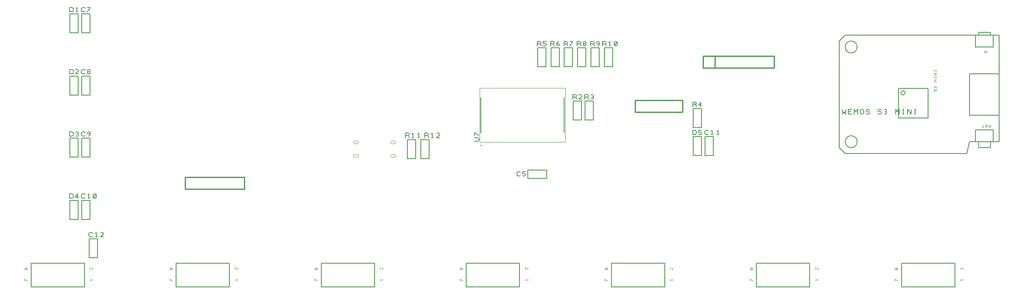
<source format=gbr>
G04 DesignSpark PCB Gerber Version 11.0 Build 5877*
G04 #@! TF.Part,Single*
G04 #@! TF.FileFunction,Legend,Top*
G04 #@! TF.FilePolarity,Positive*
%FSLAX35Y35*%
%MOIN*%
%ADD131C,0.00001*%
%ADD106C,0.00197*%
%ADD81C,0.00394*%
%ADD18C,0.00500*%
%ADD82C,0.00787*%
%ADD70C,0.01000*%
G04 #@! TD.AperFunction*
X0Y0D02*
D02*
D18*
X45250Y35250D02*
X90250D01*
Y55250D01*
X45250D01*
Y35250D01*
X77750Y109937D02*
Y113687D01*
X79625D01*
X80250Y113375D01*
X80563Y113063D01*
X80875Y112437D01*
Y111187D01*
X80563Y110563D01*
X80250Y110250D01*
X79625Y109937D01*
X77750D01*
X84313D02*
Y113687D01*
X82750Y111187D01*
X85250D01*
X77750Y162437D02*
Y166187D01*
X79625D01*
X80250Y165875D01*
X80563Y165563D01*
X80875Y164937D01*
Y163687D01*
X80563Y163063D01*
X80250Y162750D01*
X79625Y162437D01*
X77750D01*
X83063Y162750D02*
X83687Y162437D01*
X84313D01*
X84937Y162750D01*
X85250Y163375D01*
X84937Y164000D01*
X84313Y164313D01*
X83687D01*
X84313D02*
X84937Y164625D01*
X85250Y165250D01*
X84937Y165875D01*
X84313Y166187D01*
X83687D01*
X83063Y165875D01*
X77750Y214937D02*
Y218687D01*
X79625D01*
X80250Y218375D01*
X80563Y218063D01*
X80875Y217437D01*
Y216187D01*
X80563Y215563D01*
X80250Y215250D01*
X79625Y214937D01*
X77750D01*
X85250D02*
X82750D01*
X84937Y217125D01*
X85250Y217750D01*
X84937Y218375D01*
X84313Y218687D01*
X83375D01*
X82750Y218375D01*
X77750Y267437D02*
Y271187D01*
X79625D01*
X80250Y270875D01*
X80563Y270563D01*
X80875Y269937D01*
Y268687D01*
X80563Y268063D01*
X80250Y267750D01*
X79625Y267437D01*
X77750D01*
X83375D02*
X84625D01*
X84000D02*
Y271187D01*
X83375Y270563D01*
X78000Y108250D02*
Y92250D01*
X85000D01*
Y108250D01*
X78000D01*
Y160750D02*
Y144750D01*
X85000D01*
Y160750D01*
X78000D01*
Y213250D02*
Y197250D01*
X85000D01*
Y213250D01*
X78000D01*
Y265750D02*
Y249750D01*
X85000D01*
Y265750D01*
X78000D01*
X90875Y110563D02*
X90563Y110250D01*
X89937Y109937D01*
X89000D01*
X88375Y110250D01*
X88063Y110563D01*
X87750Y111187D01*
Y112437D01*
X88063Y113063D01*
X88375Y113375D01*
X89000Y113687D01*
X89937D01*
X90563Y113375D01*
X90875Y113063D01*
X93375Y109937D02*
X94625D01*
X94000D02*
Y113687D01*
X93375Y113063D01*
X98063Y110250D02*
X98687Y109937D01*
X99313D01*
X99937Y110250D01*
X100250Y110875D01*
Y112750D01*
X99937Y113375D01*
X99313Y113687D01*
X98687D01*
X98063Y113375D01*
X97750Y112750D01*
Y110875D01*
X98063Y110250D01*
X99937Y113375D01*
X90875Y163063D02*
X90563Y162750D01*
X89937Y162437D01*
X89000D01*
X88375Y162750D01*
X88063Y163063D01*
X87750Y163687D01*
Y164937D01*
X88063Y165563D01*
X88375Y165875D01*
X89000Y166187D01*
X89937D01*
X90563Y165875D01*
X90875Y165563D01*
X93687Y162437D02*
X94313Y162750D01*
X94937Y163375D01*
X95250Y164313D01*
Y165250D01*
X94937Y165875D01*
X94313Y166187D01*
X93687D01*
X93063Y165875D01*
X92750Y165250D01*
X93063Y164625D01*
X93687Y164313D01*
X94313D01*
X94937Y164625D01*
X95250Y165250D01*
X90875Y215563D02*
X90563Y215250D01*
X89937Y214937D01*
X89000D01*
X88375Y215250D01*
X88063Y215563D01*
X87750Y216187D01*
Y217437D01*
X88063Y218063D01*
X88375Y218375D01*
X89000Y218687D01*
X89937D01*
X90563Y218375D01*
X90875Y218063D01*
X93687Y216813D02*
X94313D01*
X94937Y217125D01*
X95250Y217750D01*
X94937Y218375D01*
X94313Y218687D01*
X93687D01*
X93063Y218375D01*
X92750Y217750D01*
X93063Y217125D01*
X93687Y216813D01*
X93063Y216500D01*
X92750Y215875D01*
X93063Y215250D01*
X93687Y214937D01*
X94313D01*
X94937Y215250D01*
X95250Y215875D01*
X94937Y216500D01*
X94313Y216813D01*
X90875Y268063D02*
X90563Y267750D01*
X89937Y267437D01*
X89000D01*
X88375Y267750D01*
X88063Y268063D01*
X87750Y268687D01*
Y269937D01*
X88063Y270563D01*
X88375Y270875D01*
X89000Y271187D01*
X89937D01*
X90563Y270875D01*
X90875Y270563D01*
X92750Y267437D02*
X95250Y271187D01*
X92750D01*
X97125Y78063D02*
X96813Y77750D01*
X96187Y77437D01*
X95250D01*
X94625Y77750D01*
X94313Y78063D01*
X94000Y78687D01*
Y79937D01*
X94313Y80563D01*
X94625Y80875D01*
X95250Y81187D01*
X96187D01*
X96813Y80875D01*
X97125Y80563D01*
X99625Y77437D02*
X100875D01*
X100250D02*
Y81187D01*
X99625Y80563D01*
X106500Y77437D02*
X104000D01*
X106187Y79625D01*
X106500Y80250D01*
X106187Y80875D01*
X105563Y81187D01*
X104625D01*
X104000Y80875D01*
X95000Y92250D02*
Y108250D01*
X88000D01*
Y92250D01*
X95000D01*
Y144750D02*
Y160750D01*
X88000D01*
Y144750D01*
X95000D01*
Y197250D02*
Y213250D01*
X88000D01*
Y197250D01*
X95000D01*
Y249750D02*
Y265750D01*
X88000D01*
Y249750D01*
X95000D01*
X101250Y59750D02*
Y75750D01*
X94250D01*
Y59750D01*
X101250D01*
X167750Y35250D02*
X212750D01*
Y55250D01*
X167750D01*
Y35250D01*
X290250D02*
X335250D01*
Y55250D01*
X290250D01*
Y35250D01*
X361500Y161187D02*
Y164937D01*
X363687D01*
X364313Y164625D01*
X364625Y164000D01*
X364313Y163375D01*
X363687Y163063D01*
X361500D01*
X363687D02*
X364625Y161187D01*
X367125D02*
X368375D01*
X367750D02*
Y164937D01*
X367125Y164313D01*
X372125Y161187D02*
X373375D01*
X372750D02*
Y164937D01*
X372125Y164313D01*
X363000Y159500D02*
Y143500D01*
X370000D01*
Y159500D01*
X363000D01*
X374250D02*
Y143500D01*
X381250D01*
Y159500D01*
X374250D01*
X377750Y161187D02*
Y164937D01*
X379937D01*
X380563Y164625D01*
X380875Y164000D01*
X380563Y163375D01*
X379937Y163063D01*
X377750D01*
X379937D02*
X380875Y161187D01*
X383375D02*
X384625D01*
X384000D02*
Y164937D01*
X383375Y164313D01*
X390250Y161187D02*
X387750D01*
X389937Y163375D01*
X390250Y164000D01*
X389937Y164625D01*
X389313Y164937D01*
X388375D01*
X387750Y164625D01*
X412750Y35250D02*
X457750D01*
Y55250D01*
X412750D01*
Y35250D01*
X419630Y158006D02*
X422442D01*
X423067Y158319D01*
X423380Y158943D01*
Y160193D01*
X423067Y160819D01*
X422442Y161131D01*
X419630D01*
X423380Y163006D02*
X419630Y165506D01*
Y163006D01*
X425014Y165486D02*
Y195014D01*
X458375Y129313D02*
X458063Y129000D01*
X457437Y128687D01*
X456500D01*
X455875Y129000D01*
X455563Y129313D01*
X455250Y129937D01*
Y131187D01*
X455563Y131813D01*
X455875Y132125D01*
X456500Y132437D01*
X457437D01*
X458063Y132125D01*
X458375Y131813D01*
X460250Y129000D02*
X460875Y128687D01*
X461813D01*
X462437Y129000D01*
X462750Y129625D01*
Y129937D01*
X462437Y130563D01*
X461813Y130875D01*
X460250D01*
Y132437D01*
X462750D01*
X464750Y126750D02*
X480750D01*
Y133750D01*
X464750D01*
Y126750D01*
X472750Y238687D02*
Y242437D01*
X474937D01*
X475563Y242125D01*
X475875Y241500D01*
X475563Y240875D01*
X474937Y240563D01*
X472750D01*
X474937D02*
X475875Y238687D01*
X477750Y239000D02*
X478375Y238687D01*
X479313D01*
X479937Y239000D01*
X480250Y239625D01*
Y239937D01*
X479937Y240563D01*
X479313Y240875D01*
X477750D01*
Y242437D01*
X480250D01*
X473000Y237000D02*
Y221000D01*
X480000D01*
Y237000D01*
X473000D01*
X484000Y238687D02*
Y242437D01*
X486187D01*
X486813Y242125D01*
X487125Y241500D01*
X486813Y240875D01*
X486187Y240563D01*
X484000D01*
X486187D02*
X487125Y238687D01*
X489000Y239625D02*
X489313Y240250D01*
X489937Y240563D01*
X490563D01*
X491187Y240250D01*
X491500Y239625D01*
X491187Y239000D01*
X490563Y238687D01*
X489937D01*
X489313Y239000D01*
X489000Y239625D01*
Y240563D01*
X489313Y241500D01*
X489937Y242125D01*
X490563Y242437D01*
X484250Y237000D02*
Y221000D01*
X491250D01*
Y237000D01*
X484250D01*
X495250Y238687D02*
Y242437D01*
X497437D01*
X498063Y242125D01*
X498375Y241500D01*
X498063Y240875D01*
X497437Y240563D01*
X495250D01*
X497437D02*
X498375Y238687D01*
X500250D02*
X502750Y242437D01*
X500250D01*
X495486Y165486D02*
Y195014D01*
X495500Y237000D02*
Y221000D01*
X502500D01*
Y237000D01*
X495500D01*
X502750Y193687D02*
Y197437D01*
X504937D01*
X505563Y197125D01*
X505875Y196500D01*
X505563Y195875D01*
X504937Y195563D01*
X502750D01*
X504937D02*
X505875Y193687D01*
X510250D02*
X507750D01*
X509937Y195875D01*
X510250Y196500D01*
X509937Y197125D01*
X509313Y197437D01*
X508375D01*
X507750Y197125D01*
X503000Y192000D02*
Y176000D01*
X510000D01*
Y192000D01*
X503000D01*
X506500Y238687D02*
Y242437D01*
X508687D01*
X509313Y242125D01*
X509625Y241500D01*
X509313Y240875D01*
X508687Y240563D01*
X506500D01*
X508687D02*
X509625Y238687D01*
X512437Y240563D02*
X513063D01*
X513687Y240875D01*
X514000Y241500D01*
X513687Y242125D01*
X513063Y242437D01*
X512437D01*
X511813Y242125D01*
X511500Y241500D01*
X511813Y240875D01*
X512437Y240563D01*
X511813Y240250D01*
X511500Y239625D01*
X511813Y239000D01*
X512437Y238687D01*
X513063D01*
X513687Y239000D01*
X514000Y239625D01*
X513687Y240250D01*
X513063Y240563D01*
X506750Y237000D02*
Y221000D01*
X513750D01*
Y237000D01*
X506750D01*
X512750Y193687D02*
Y197437D01*
X514937D01*
X515563Y197125D01*
X515875Y196500D01*
X515563Y195875D01*
X514937Y195563D01*
X512750D01*
X514937D02*
X515875Y193687D01*
X518063Y194000D02*
X518687Y193687D01*
X519313D01*
X519937Y194000D01*
X520250Y194625D01*
X519937Y195250D01*
X519313Y195563D01*
X518687D01*
X519313D02*
X519937Y195875D01*
X520250Y196500D01*
X519937Y197125D01*
X519313Y197437D01*
X518687D01*
X518063Y197125D01*
X513000Y192000D02*
Y176000D01*
X520000D01*
Y192000D01*
X513000D01*
X517750Y238687D02*
Y242437D01*
X519937D01*
X520563Y242125D01*
X520875Y241500D01*
X520563Y240875D01*
X519937Y240563D01*
X517750D01*
X519937D02*
X520875Y238687D01*
X523687D02*
X524313Y239000D01*
X524937Y239625D01*
X525250Y240563D01*
Y241500D01*
X524937Y242125D01*
X524313Y242437D01*
X523687D01*
X523063Y242125D01*
X522750Y241500D01*
X523063Y240875D01*
X523687Y240563D01*
X524313D01*
X524937Y240875D01*
X525250Y241500D01*
X518000Y237000D02*
Y221000D01*
X525000D01*
Y237000D01*
X518000D01*
X527750Y238687D02*
Y242437D01*
X529937D01*
X530563Y242125D01*
X530875Y241500D01*
X530563Y240875D01*
X529937Y240563D01*
X527750D01*
X529937D02*
X530875Y238687D01*
X533375D02*
X534625D01*
X534000D02*
Y242437D01*
X533375Y241813D01*
X538063Y239000D02*
X538687Y238687D01*
X539313D01*
X539937Y239000D01*
X540250Y239625D01*
Y241500D01*
X539937Y242125D01*
X539313Y242437D01*
X538687D01*
X538063Y242125D01*
X537750Y241500D01*
Y239625D01*
X538063Y239000D01*
X539937Y242125D01*
X529250Y237000D02*
Y221000D01*
X536250D01*
Y237000D01*
X529250D01*
X535250Y35250D02*
X580250D01*
Y55250D01*
X535250D01*
Y35250D01*
X604000Y163687D02*
Y167437D01*
X605875D01*
X606500Y167125D01*
X606813Y166813D01*
X607125Y166187D01*
Y164937D01*
X606813Y164313D01*
X606500Y164000D01*
X605875Y163687D01*
X604000D01*
X609000Y164000D02*
X609625Y163687D01*
X610563D01*
X611187Y164000D01*
X611500Y164625D01*
Y164937D01*
X611187Y165563D01*
X610563Y165875D01*
X609000D01*
Y167437D01*
X611500D01*
X604000Y187437D02*
Y191187D01*
X606187D01*
X606813Y190875D01*
X607125Y190250D01*
X606813Y189625D01*
X606187Y189313D01*
X604000D01*
X606187D02*
X607125Y187437D01*
X610563D02*
Y191187D01*
X609000Y188687D01*
X611500D01*
X604250Y162000D02*
Y146000D01*
X611250D01*
Y162000D01*
X604250D01*
Y185750D02*
Y169750D01*
X611250D01*
Y185750D01*
X604250D01*
X617125Y164313D02*
X616813Y164000D01*
X616187Y163687D01*
X615250D01*
X614625Y164000D01*
X614313Y164313D01*
X614000Y164937D01*
Y166187D01*
X614313Y166813D01*
X614625Y167125D01*
X615250Y167437D01*
X616187D01*
X616813Y167125D01*
X617125Y166813D01*
X619625Y163687D02*
X620875D01*
X620250D02*
Y167437D01*
X619625Y166813D01*
X624625Y163687D02*
X625875D01*
X625250D02*
Y167437D01*
X624625Y166813D01*
X621250Y146000D02*
Y162000D01*
X614250D01*
Y146000D01*
X621250D01*
X657750Y35250D02*
X702750D01*
Y55250D01*
X657750D01*
Y35250D01*
X727750Y152750D02*
X732750Y147750D01*
X835250D01*
X837750Y157750D01*
X862750D01*
Y247750D01*
X732750D01*
X727750Y242750D01*
Y152750D01*
X732750Y157750D02*
G75*
G03*
X742750I5000J0D01*
G01*
G75*
G03*
X732750I-5000J0D01*
G01*
Y237750D02*
G75*
G03*
X742750I5000J0D01*
G01*
G75*
G03*
X732750I-5000J0D01*
G01*
X777750Y177750D02*
X802750D01*
Y202750D01*
X777750D01*
Y177750D01*
X780250Y35250D02*
X825250D01*
Y55250D01*
X780250D01*
Y35250D01*
Y197750D02*
G75*
G03*
X782750Y200250I1250J1250D01*
G01*
G75*
G03*
X780250Y197750I-1250J-1250D01*
G01*
X842750Y157750D02*
X857750D01*
Y167750D01*
X842750D01*
Y157750D01*
Y237750D02*
Y247750D01*
X857750D01*
Y237750D01*
X842750D01*
X845250Y152750D02*
Y157750D01*
X855250D01*
Y152750D01*
X845250D01*
X855250Y247750D02*
Y250250D01*
X845250D01*
Y247750D01*
X855250D01*
X862750Y180250D02*
Y215250D01*
X837750D01*
Y180250D01*
X862750D01*
D02*
D70*
X175250Y117750D02*
X225250D01*
Y127750D01*
X175250D01*
Y117750D01*
X555250Y182750D02*
X595250D01*
Y192750D01*
X555250D01*
Y182750D01*
X612750Y230250D02*
Y220250D01*
X622750D01*
Y230250D01*
X612750D01*
X622750Y220250D02*
X672750D01*
Y230250D01*
X622750D01*
Y220250D01*
D02*
D81*
X42159Y40250D02*
X39797Y41825D01*
Y40250D01*
X40978Y50289D02*
Y50683D01*
X40781Y51077D01*
X40388Y51274D01*
X39994Y51077D01*
X39797Y50683D01*
Y50289D01*
X39994Y49896D01*
X40388Y49699D01*
X40781Y49896D01*
X40978Y50289D01*
X41175Y49896D01*
X41569Y49699D01*
X41963Y49896D01*
X42159Y50289D01*
Y50683D01*
X41963Y51077D01*
X41569Y51274D01*
X41175Y51077D01*
X40978Y50683D01*
X97159Y40644D02*
Y41431D01*
Y41037D02*
X94797D01*
X95191Y40644D01*
X97159Y51274D02*
Y49699D01*
X95781Y51077D01*
X95388Y51274D01*
X94994Y51077D01*
X94797Y50683D01*
Y50093D01*
X94994Y49699D01*
X164659Y40250D02*
X162297Y41825D01*
Y40250D01*
X163478Y50289D02*
Y50683D01*
X163281Y51077D01*
X162888Y51274D01*
X162494Y51077D01*
X162297Y50683D01*
Y50289D01*
X162494Y49896D01*
X162888Y49699D01*
X163281Y49896D01*
X163478Y50289D01*
X163675Y49896D01*
X164069Y49699D01*
X164463Y49896D01*
X164659Y50289D01*
Y50683D01*
X164463Y51077D01*
X164069Y51274D01*
X163675Y51077D01*
X163478Y50683D01*
X219659Y40644D02*
Y41431D01*
Y41037D02*
X217297D01*
X217691Y40644D01*
X219659Y51274D02*
Y49699D01*
X218281Y51077D01*
X217888Y51274D01*
X217494Y51077D01*
X217297Y50683D01*
Y50093D01*
X217494Y49699D01*
X287159Y40250D02*
X284797Y41825D01*
Y40250D01*
X285978Y50289D02*
Y50683D01*
X285781Y51077D01*
X285388Y51274D01*
X284994Y51077D01*
X284797Y50683D01*
Y50289D01*
X284994Y49896D01*
X285388Y49699D01*
X285781Y49896D01*
X285978Y50289D01*
X286175Y49896D01*
X286569Y49699D01*
X286963Y49896D01*
X287159Y50289D01*
Y50683D01*
X286963Y51077D01*
X286569Y51274D01*
X286175Y51077D01*
X285978Y50683D01*
X342159Y40644D02*
Y41431D01*
Y41037D02*
X339797D01*
X340191Y40644D01*
X342159Y51274D02*
Y49699D01*
X340781Y51077D01*
X340388Y51274D01*
X339994Y51077D01*
X339797Y50683D01*
Y50093D01*
X339994Y49699D01*
X409659Y40250D02*
X407297Y41825D01*
Y40250D01*
X408478Y50289D02*
Y50683D01*
X408281Y51077D01*
X407888Y51274D01*
X407494Y51077D01*
X407297Y50683D01*
Y50289D01*
X407494Y49896D01*
X407888Y49699D01*
X408281Y49896D01*
X408478Y50289D01*
X408675Y49896D01*
X409069Y49699D01*
X409463Y49896D01*
X409659Y50289D01*
Y50683D01*
X409463Y51077D01*
X409069Y51274D01*
X408675Y51077D01*
X408478Y50683D01*
X464659Y40644D02*
Y41431D01*
Y41037D02*
X462297D01*
X462691Y40644D01*
X464659Y51274D02*
Y49699D01*
X463281Y51077D01*
X462888Y51274D01*
X462494Y51077D01*
X462297Y50683D01*
Y50093D01*
X462494Y49699D01*
X532159Y40250D02*
X529797Y41825D01*
Y40250D01*
X530978Y50289D02*
Y50683D01*
X530781Y51077D01*
X530388Y51274D01*
X529994Y51077D01*
X529797Y50683D01*
Y50289D01*
X529994Y49896D01*
X530388Y49699D01*
X530781Y49896D01*
X530978Y50289D01*
X531175Y49896D01*
X531569Y49699D01*
X531963Y49896D01*
X532159Y50289D01*
Y50683D01*
X531963Y51077D01*
X531569Y51274D01*
X531175Y51077D01*
X530978Y50683D01*
X587159Y40644D02*
Y41431D01*
Y41037D02*
X584797D01*
X585191Y40644D01*
X587159Y51274D02*
Y49699D01*
X585781Y51077D01*
X585388Y51274D01*
X584994Y51077D01*
X584797Y50683D01*
Y50093D01*
X584994Y49699D01*
X654659Y40250D02*
X652297Y41825D01*
Y40250D01*
X653478Y50289D02*
Y50683D01*
X653281Y51077D01*
X652888Y51274D01*
X652494Y51077D01*
X652297Y50683D01*
Y50289D01*
X652494Y49896D01*
X652888Y49699D01*
X653281Y49896D01*
X653478Y50289D01*
X653675Y49896D01*
X654069Y49699D01*
X654463Y49896D01*
X654659Y50289D01*
Y50683D01*
X654463Y51077D01*
X654069Y51274D01*
X653675Y51077D01*
X653478Y50683D01*
X709659Y40644D02*
Y41431D01*
Y41037D02*
X707297D01*
X707691Y40644D01*
X709659Y51274D02*
Y49699D01*
X708281Y51077D01*
X707888Y51274D01*
X707494Y51077D01*
X707297Y50683D01*
Y50093D01*
X707494Y49699D01*
X777159Y40250D02*
X774797Y41825D01*
Y40250D01*
X775978Y50289D02*
Y50683D01*
X775781Y51077D01*
X775388Y51274D01*
X774994Y51077D01*
X774797Y50683D01*
Y50289D01*
X774994Y49896D01*
X775388Y49699D01*
X775781Y49896D01*
X775978Y50289D01*
X776175Y49896D01*
X776569Y49699D01*
X776963Y49896D01*
X777159Y50289D01*
Y50683D01*
X776963Y51077D01*
X776569Y51274D01*
X776175Y51077D01*
X775978Y50683D01*
X809217Y200250D02*
X809561Y200422D01*
X809733Y200767D01*
Y201456D01*
X809561Y201800D01*
X809217Y201972D01*
X808872Y201800D01*
X808700Y201456D01*
Y200767D01*
X808528Y200422D01*
X808183Y200250D01*
X807839Y200422D01*
X807666Y200767D01*
Y201456D01*
X807839Y201800D01*
X808183Y201972D01*
X809561Y203178D02*
X809733Y203523D01*
Y203867D01*
X809561Y204212D01*
X809217Y204384D01*
X808872Y204212D01*
X808700Y203867D01*
Y203523D01*
Y203867D02*
X808528Y204212D01*
X808183Y204384D01*
X807839Y204212D01*
X807666Y203867D01*
Y203523D01*
X807839Y203178D01*
X809733Y208518D02*
X807666D01*
X808700Y209379D01*
X807666Y210240D01*
X809733D01*
Y211791D02*
Y212480D01*
Y212135D02*
X807666D01*
Y211791D02*
Y212480D01*
X809733Y214030D02*
X807666D01*
X809733Y215752D01*
X807666D01*
X809733Y217302D02*
Y217991D01*
Y217647D02*
X807666D01*
Y217302D02*
Y217991D01*
X832159Y40644D02*
Y41431D01*
Y41037D02*
X829797D01*
X830191Y40644D01*
X832159Y51274D02*
Y49699D01*
X830781Y51077D01*
X830388Y51274D01*
X829994Y51077D01*
X829797Y50683D01*
Y50093D01*
X829994Y49699D01*
X852061Y232922D02*
X852233Y233267D01*
Y233611D01*
X852061Y233956D01*
X851717Y234128D01*
X850683D01*
X850339Y233956D01*
X850166Y233611D01*
Y233267D01*
X850339Y232922D01*
X850683Y232750D01*
X851717D01*
X852061Y232922D01*
X850339Y233956D01*
X855250Y172233D02*
Y170166D01*
X854044D01*
X853700Y170339D01*
X853528Y170683D01*
X853700Y171028D01*
X854044Y171200D01*
X855250D01*
X854044D02*
X853528Y172233D01*
X852494Y171717D02*
X852322Y172061D01*
X851977Y172233D01*
X851288D01*
X850944Y172061D01*
X850772Y171717D01*
X850944Y171372D01*
X851288Y171200D01*
X851977D01*
X852322Y171028D01*
X852494Y170683D01*
X852322Y170339D01*
X851977Y170166D01*
X851288D01*
X850944Y170339D01*
X850772Y170683D01*
X848877Y172233D02*
Y170166D01*
X849738D02*
X848016D01*
D02*
D82*
X425388Y155033D02*
G75*
G03*
Y154246I0J-394D01*
G01*
G75*
G03*
Y155033I0J394D01*
G01*
X730250Y184937D02*
X730563Y181187D01*
X731813Y183063D01*
X733063Y181187D01*
X733375Y184937D01*
X735250Y181187D02*
Y184937D01*
X738375D01*
X737750Y183063D02*
X735250D01*
Y181187D02*
X738375D01*
X740250D02*
Y184937D01*
X741813Y183063D01*
X743375Y184937D01*
Y181187D01*
X745250Y182437D02*
Y183687D01*
X745563Y184313D01*
X745875Y184625D01*
X746500Y184937D01*
X747125D01*
X747750Y184625D01*
X748063Y184313D01*
X748375Y183687D01*
Y182437D01*
X748063Y181813D01*
X747750Y181500D01*
X747125Y181187D01*
X746500D01*
X745875Y181500D01*
X745563Y181813D01*
X745250Y182437D01*
X750250Y182125D02*
X750563Y181500D01*
X751187Y181187D01*
X752437D01*
X753063Y181500D01*
X753375Y182125D01*
X753063Y182750D01*
X752437Y183063D01*
X751187D01*
X750563Y183375D01*
X750250Y184000D01*
X750563Y184625D01*
X751187Y184937D01*
X752437D01*
X753063Y184625D01*
X753375Y184000D01*
X760250Y182125D02*
X760563Y181500D01*
X761187Y181187D01*
X762437D01*
X763063Y181500D01*
X763375Y182125D01*
X763063Y182750D01*
X762437Y183063D01*
X761187D01*
X760563Y183375D01*
X760250Y184000D01*
X760563Y184625D01*
X761187Y184937D01*
X762437D01*
X763063Y184625D01*
X763375Y184000D01*
X765563Y181500D02*
X766187Y181187D01*
X766813D01*
X767437Y181500D01*
X767750Y182125D01*
X767437Y182750D01*
X766813Y183063D01*
X766187D01*
X766813D02*
X767437Y183375D01*
X767750Y184000D01*
X767437Y184625D01*
X766813Y184937D01*
X766187D01*
X765563Y184625D01*
X775250Y181187D02*
Y184937D01*
X776813Y183063D01*
X778375Y184937D01*
Y181187D01*
X781187D02*
X782437D01*
X781813D02*
Y184937D01*
X781187D02*
X782437D01*
X785250Y181187D02*
Y184937D01*
X788375Y181187D01*
Y184937D01*
X791187Y181187D02*
X792437D01*
X791813D02*
Y184937D01*
X791187D02*
X792437D01*
D02*
D106*
X496470Y203104D02*
X424030D01*
Y157396D01*
X496470D01*
Y203104D01*
D02*
D131*
X317337Y145870D02*
G75*
G02*
X318518Y147051I1181J0D01*
G01*
X320486D01*
G75*
G02*
X321667Y145870I0J-1181D01*
G01*
G75*
G02*
X320486Y144689I-1181J0D01*
G01*
X318518D01*
G75*
G02*
X317337Y145870I0J1181D01*
G01*
Y157130D02*
G75*
G02*
X318518Y158311I1181J0D01*
G01*
X320486D01*
G75*
G02*
X321667Y157130I0J-1181D01*
G01*
G75*
G02*
X320486Y155949I-1181J0D01*
G01*
X318518D01*
G75*
G02*
X317337Y157130I0J1181D01*
G01*
X348833Y145870D02*
G75*
G02*
X350014Y147051I1181J0D01*
G01*
X351982D01*
G75*
G02*
X353163Y145870I0J-1181D01*
G01*
G75*
G02*
X351982Y144689I-1181J0D01*
G01*
X350014D01*
G75*
G02*
X348833Y145870I0J1181D01*
G01*
Y157130D02*
G75*
G02*
X350014Y158311I1181J0D01*
G01*
X351982D01*
G75*
G02*
X353163Y157130I0J-1181D01*
G01*
G75*
G02*
X351982Y155949I-1181J0D01*
G01*
X350014D01*
G75*
G02*
X348833Y157130I0J1181D01*
G01*
X0Y0D02*
M02*

</source>
